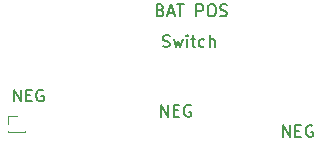
<source format=gbr>
%TF.GenerationSoftware,KiCad,Pcbnew,(6.0.4)*%
%TF.CreationDate,2023-01-17T22:47:36-05:00*%
%TF.ProjectId,Unregulated bridge,556e7265-6775-46c6-9174-656420627269,rev?*%
%TF.SameCoordinates,Original*%
%TF.FileFunction,Legend,Top*%
%TF.FilePolarity,Positive*%
%FSLAX46Y46*%
G04 Gerber Fmt 4.6, Leading zero omitted, Abs format (unit mm)*
G04 Created by KiCad (PCBNEW (6.0.4)) date 2023-01-17 22:47:36*
%MOMM*%
%LPD*%
G01*
G04 APERTURE LIST*
%ADD10C,0.150000*%
%ADD11C,0.120000*%
G04 APERTURE END LIST*
D10*
X26961904Y-15152380D02*
X26961904Y-14152380D01*
X27533333Y-15152380D01*
X27533333Y-14152380D01*
X28009523Y-14628571D02*
X28342857Y-14628571D01*
X28485714Y-15152380D02*
X28009523Y-15152380D01*
X28009523Y-14152380D01*
X28485714Y-14152380D01*
X29438095Y-14200000D02*
X29342857Y-14152380D01*
X29200000Y-14152380D01*
X29057142Y-14200000D01*
X28961904Y-14295238D01*
X28914285Y-14390476D01*
X28866666Y-14580952D01*
X28866666Y-14723809D01*
X28914285Y-14914285D01*
X28961904Y-15009523D01*
X29057142Y-15104761D01*
X29200000Y-15152380D01*
X29295238Y-15152380D01*
X29438095Y-15104761D01*
X29485714Y-15057142D01*
X29485714Y-14723809D01*
X29295238Y-14723809D01*
X4161904Y-12152380D02*
X4161904Y-11152380D01*
X4733333Y-12152380D01*
X4733333Y-11152380D01*
X5209523Y-11628571D02*
X5542857Y-11628571D01*
X5685714Y-12152380D02*
X5209523Y-12152380D01*
X5209523Y-11152380D01*
X5685714Y-11152380D01*
X6638095Y-11200000D02*
X6542857Y-11152380D01*
X6400000Y-11152380D01*
X6257142Y-11200000D01*
X6161904Y-11295238D01*
X6114285Y-11390476D01*
X6066666Y-11580952D01*
X6066666Y-11723809D01*
X6114285Y-11914285D01*
X6161904Y-12009523D01*
X6257142Y-12104761D01*
X6400000Y-12152380D01*
X6495238Y-12152380D01*
X6638095Y-12104761D01*
X6685714Y-12057142D01*
X6685714Y-11723809D01*
X6495238Y-11723809D01*
X16661904Y-13452380D02*
X16661904Y-12452380D01*
X17233333Y-13452380D01*
X17233333Y-12452380D01*
X17709523Y-12928571D02*
X18042857Y-12928571D01*
X18185714Y-13452380D02*
X17709523Y-13452380D01*
X17709523Y-12452380D01*
X18185714Y-12452380D01*
X19138095Y-12500000D02*
X19042857Y-12452380D01*
X18900000Y-12452380D01*
X18757142Y-12500000D01*
X18661904Y-12595238D01*
X18614285Y-12690476D01*
X18566666Y-12880952D01*
X18566666Y-13023809D01*
X18614285Y-13214285D01*
X18661904Y-13309523D01*
X18757142Y-13404761D01*
X18900000Y-13452380D01*
X18995238Y-13452380D01*
X19138095Y-13404761D01*
X19185714Y-13357142D01*
X19185714Y-13023809D01*
X18995238Y-13023809D01*
X16580952Y-4428571D02*
X16723809Y-4476190D01*
X16771428Y-4523809D01*
X16819047Y-4619047D01*
X16819047Y-4761904D01*
X16771428Y-4857142D01*
X16723809Y-4904761D01*
X16628571Y-4952380D01*
X16247619Y-4952380D01*
X16247619Y-3952380D01*
X16580952Y-3952380D01*
X16676190Y-4000000D01*
X16723809Y-4047619D01*
X16771428Y-4142857D01*
X16771428Y-4238095D01*
X16723809Y-4333333D01*
X16676190Y-4380952D01*
X16580952Y-4428571D01*
X16247619Y-4428571D01*
X17200000Y-4666666D02*
X17676190Y-4666666D01*
X17104761Y-4952380D02*
X17438095Y-3952380D01*
X17771428Y-4952380D01*
X17961904Y-3952380D02*
X18533333Y-3952380D01*
X18247619Y-4952380D02*
X18247619Y-3952380D01*
X19628571Y-4952380D02*
X19628571Y-3952380D01*
X20009523Y-3952380D01*
X20104761Y-4000000D01*
X20152380Y-4047619D01*
X20200000Y-4142857D01*
X20200000Y-4285714D01*
X20152380Y-4380952D01*
X20104761Y-4428571D01*
X20009523Y-4476190D01*
X19628571Y-4476190D01*
X20819047Y-3952380D02*
X21009523Y-3952380D01*
X21104761Y-4000000D01*
X21200000Y-4095238D01*
X21247619Y-4285714D01*
X21247619Y-4619047D01*
X21200000Y-4809523D01*
X21104761Y-4904761D01*
X21009523Y-4952380D01*
X20819047Y-4952380D01*
X20723809Y-4904761D01*
X20628571Y-4809523D01*
X20580952Y-4619047D01*
X20580952Y-4285714D01*
X20628571Y-4095238D01*
X20723809Y-4000000D01*
X20819047Y-3952380D01*
X21628571Y-4904761D02*
X21771428Y-4952380D01*
X22009523Y-4952380D01*
X22104761Y-4904761D01*
X22152380Y-4857142D01*
X22200000Y-4761904D01*
X22200000Y-4666666D01*
X22152380Y-4571428D01*
X22104761Y-4523809D01*
X22009523Y-4476190D01*
X21819047Y-4428571D01*
X21723809Y-4380952D01*
X21676190Y-4333333D01*
X21628571Y-4238095D01*
X21628571Y-4142857D01*
X21676190Y-4047619D01*
X21723809Y-4000000D01*
X21819047Y-3952380D01*
X22057142Y-3952380D01*
X22200000Y-4000000D01*
%TO.C,*%
%TO.C,Switch*%
X16785714Y-7504761D02*
X16928571Y-7552380D01*
X17166666Y-7552380D01*
X17261904Y-7504761D01*
X17309523Y-7457142D01*
X17357142Y-7361904D01*
X17357142Y-7266666D01*
X17309523Y-7171428D01*
X17261904Y-7123809D01*
X17166666Y-7076190D01*
X16976190Y-7028571D01*
X16880952Y-6980952D01*
X16833333Y-6933333D01*
X16785714Y-6838095D01*
X16785714Y-6742857D01*
X16833333Y-6647619D01*
X16880952Y-6600000D01*
X16976190Y-6552380D01*
X17214285Y-6552380D01*
X17357142Y-6600000D01*
X17690476Y-6885714D02*
X17880952Y-7552380D01*
X18071428Y-7076190D01*
X18261904Y-7552380D01*
X18452380Y-6885714D01*
X18833333Y-7552380D02*
X18833333Y-6885714D01*
X18833333Y-6552380D02*
X18785714Y-6600000D01*
X18833333Y-6647619D01*
X18880952Y-6600000D01*
X18833333Y-6552380D01*
X18833333Y-6647619D01*
X19166666Y-6885714D02*
X19547619Y-6885714D01*
X19309523Y-6552380D02*
X19309523Y-7409523D01*
X19357142Y-7504761D01*
X19452380Y-7552380D01*
X19547619Y-7552380D01*
X20309523Y-7504761D02*
X20214285Y-7552380D01*
X20023809Y-7552380D01*
X19928571Y-7504761D01*
X19880952Y-7457142D01*
X19833333Y-7361904D01*
X19833333Y-7076190D01*
X19880952Y-6980952D01*
X19928571Y-6933333D01*
X20023809Y-6885714D01*
X20214285Y-6885714D01*
X20309523Y-6933333D01*
X20738095Y-7552380D02*
X20738095Y-6552380D01*
X21166666Y-7552380D02*
X21166666Y-7028571D01*
X21119047Y-6933333D01*
X21023809Y-6885714D01*
X20880952Y-6885714D01*
X20785714Y-6933333D01*
X20738095Y-6980952D01*
%TO.C,*%
D11*
%TO.C,REF\u002A\u002A*%
X3705000Y-14785000D02*
X3791724Y-14785000D01*
X5008276Y-14785000D02*
X5095000Y-14785000D01*
X3705000Y-14785000D02*
X3705000Y-14660000D01*
X5095000Y-14785000D02*
X5095000Y-14660000D01*
X3705000Y-14100000D02*
X3705000Y-13415000D01*
X3705000Y-14785000D02*
X5095000Y-14785000D01*
X3705000Y-13415000D02*
X4400000Y-13415000D01*
%TD*%
M02*

</source>
